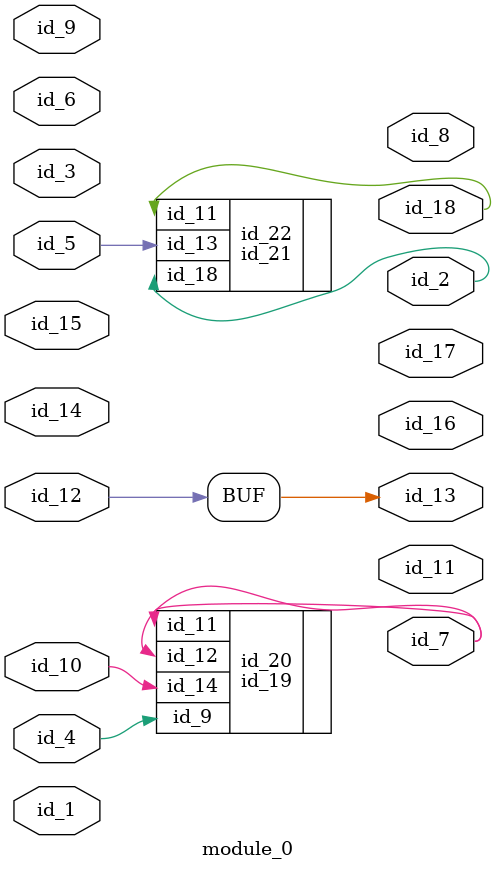
<source format=v>
`timescale 1ps / 1ps
module module_0 (
    id_1,
    id_2,
    id_3,
    id_4,
    id_5,
    id_6,
    id_7,
    id_8,
    id_9,
    id_10,
    id_11,
    id_12,
    id_13,
    id_14,
    id_15,
    id_16,
    id_17,
    id_18
);
  output id_18;
  output id_17;
  output id_16;
  input id_15;
  input id_14;
  output id_13;
  input id_12;
  output id_11;
  input id_10;
  input id_9;
  output id_8;
  output id_7;
  input id_6;
  input id_5;
  input id_4;
  input id_3;
  output id_2;
  input id_1;
  id_19 id_20 (
      .id_14(id_10),
      .id_9 (id_4),
      .id_11(id_7),
      .id_12(id_7)
  );
  assign id_13 = id_12;
  id_21 id_22 (
      .id_13(id_5),
      .id_11(id_18),
      .id_18(id_2)
  );
endmodule

</source>
